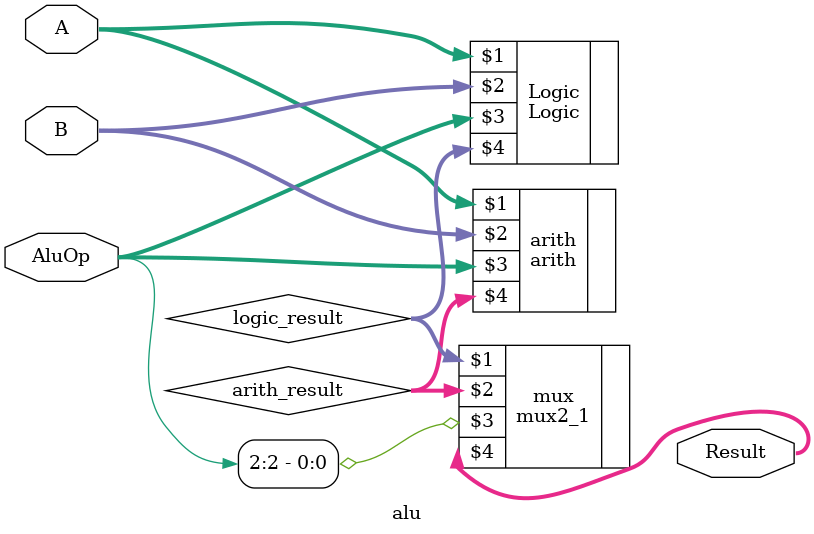
<source format=v>
`include "logic.v"
`include "aritmetica.v"
`include "mux2.v"

module alu(A,B,AluOp,Result);
    input [31:0] A,B;
    input [3:0] AluOp;
    output [31:0] Result;
    wire [31:0] logic_result,arith_result;

    Logic Logic(A,B,AluOp,logic_result);
    arith arith(A,B,AluOp,arith_result);
    mux2_1 mux(logic_result,arith_result,AluOp[2],Result);
endmodule

</source>
